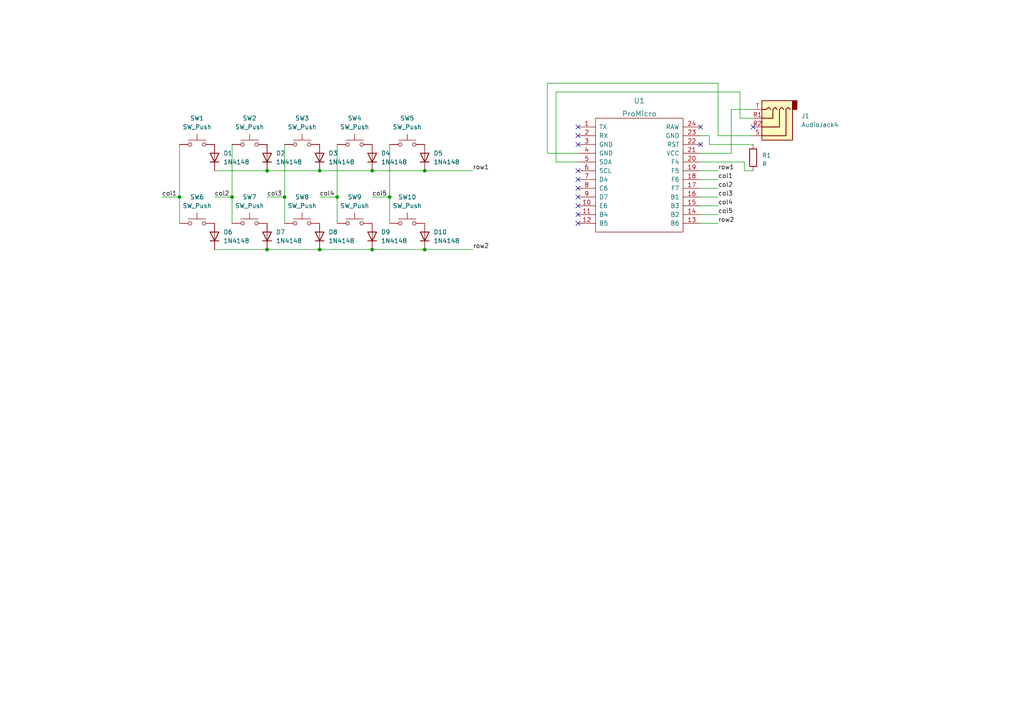
<source format=kicad_sch>
(kicad_sch (version 20230121) (generator eeschema)
  (paper "A4")
  (lib_symbols
    (symbol "Connector:AudioJack4"
      (property "Reference" "J" (at 0 8.89 0))
      (property "Value" "AudioJack4" (at 0 6.35 0))
      (symbol "AudioJack4_0_1"
        (rectangle (start -6.35 -5.08) (end -7.62 -7.62) (stroke (width 0.254)) (fill (type outline)))
        (polyline (pts (xy 0 -5.08) (xy 0.635 -5.715) (xy 1.27 -5.08) (xy 2.54 -5.08)) (stroke (width 0.254)))
        (polyline (pts (xy -5.715 -5.08) (xy -5.08 -5.715) (xy -4.445 -5.08) (xy -4.445 2.54) (xy 2.54 2.54)) (stroke (width 0.254)))
        (polyline (pts (xy -1.905 -5.08) (xy -1.27 -5.715) (xy -0.635 -5.08) (xy -0.635 -2.54) (xy 2.54 -2.54)) (stroke (width 0.254)))
        (polyline (pts (xy 2.54 0) (xy -2.54 0) (xy -2.54 -5.08) (xy -3.175 -5.715) (xy -3.81 -5.08)) (stroke (width 0.254)))
        (rectangle (start 2.54 3.81) (end -6.35 -7.62) (stroke (width 0.254)) (fill (type background)))
      )
      (symbol "AudioJack4_1_1"
        (pin passive line (at 5.08 -2.54 180) (length 2.54) (name "~") (number "R1"))
        (pin passive line (at 5.08 0 180) (length 2.54) (name "~") (number "R2"))
        (pin passive line (at 5.08 2.54 180) (length 2.54) (name "~") (number "S"))
        (pin passive line (at 5.08 -5.08 180) (length 2.54) (name "~") (number "T"))
      )
    )
    (symbol "Device:R" (pin_numbers hide) (pin_names (offset 0))
      (property "Reference" "R" (at 2.032 0 90))
      (property "Value" "R" (at 0 0 90))
      (symbol "R_0_1"
        (rectangle (start -1.016 -2.54) (end 1.016 2.54) (stroke (width 0.254)))
      )
      (symbol "R_1_1"
        (pin passive line (at 0 3.81 270) (length 1.27) (name "~") (number "1"))
        (pin passive line (at 0 -3.81 90) (length 1.27) (name "~") (number "2"))
      )
    )
    (symbol "Diode:1N4148" (pin_numbers hide) (pin_names hide)
      (property "Reference" "D" (at 0 2.54 0))
      (property "Value" "1N4148" (at 0 -2.54 0))
      (symbol "1N4148_0_1"
        (polyline (pts (xy -1.27 1.27) (xy -1.27 -1.27)) (stroke (width 0.254)))
        (polyline (pts (xy 1.27 0) (xy -1.27 0)))
        (polyline (pts (xy 1.27 1.27) (xy 1.27 -1.27) (xy -1.27 0) (xy 1.27 1.27)) (stroke (width 0.254)))
      )
      (symbol "1N4148_1_1"
        (pin passive line (at -3.81 0 0) (length 2.54) (name "K") (number "1"))
        (pin passive line (at 3.81 0 180) (length 2.54) (name "A") (number "2"))
      )
    )
    (symbol "Switch:SW_Push" (pin_numbers hide) (pin_names (offset 1.016) hide)
      (property "Reference" "SW" (at 1.27 2.54 0))
      (property "Value" "SW_Push" (at 0 -1.524 0))
      (symbol "SW_Push_0_1"
        (circle (center -2.032 0) (radius 0.508))
        (polyline (pts (xy 0 1.27) (xy 0 3.048)))
        (polyline (pts (xy 2.54 1.27) (xy -2.54 1.27)))
        (circle (center 2.032 0) (radius 0.508))
        (pin passive line (at -5.08 0 0) (length 2.54) (name "1") (number "1"))
        (pin passive line (at 5.08 0 180) (length 2.54) (name "2") (number "2"))
      )
    )
    (symbol "promicro:ProMicro" (pin_names (offset 1.016))
      (property "Reference" "U" (at 0 24.13 0))
      (property "Value" "ProMicro" (at 0 -13.97 0))
      (symbol "ProMicro_0_1"
        (rectangle (start -12.7 21.59) (end 12.7 -11.43))
      )
      (symbol "ProMicro_1_1"
        (pin bidirectional line (at -17.78 19.05 0) (length 5.08) (name "TX") (number "1"))
        (pin bidirectional line (at -17.78 -3.81 0) (length 5.08) (name "E6") (number "10"))
        (pin bidirectional line (at -17.78 -6.35 0) (length 5.08) (name "B4") (number "11"))
        (pin bidirectional line (at -17.78 -8.89 0) (length 5.08) (name "B5") (number "12"))
        (pin bidirectional line (at 17.78 -8.89 180) (length 5.08) (name "B6") (number "13"))
        (pin bidirectional line (at 17.78 -6.35 180) (length 5.08) (name "B2") (number "14"))
        (pin bidirectional line (at 17.78 -3.81 180) (length 5.08) (name "B3") (number "15"))
        (pin bidirectional line (at 17.78 -1.27 180) (length 5.08) (name "B1") (number "16"))
        (pin bidirectional line (at 17.78 1.27 180) (length 5.08) (name "F7") (number "17"))
        (pin bidirectional line (at 17.78 3.81 180) (length 5.08) (name "F6") (number "18"))
        (pin bidirectional line (at 17.78 6.35 180) (length 5.08) (name "F5") (number "19"))
        (pin bidirectional line (at -17.78 16.51 0) (length 5.08) (name "RX") (number "2"))
        (pin bidirectional line (at 17.78 8.89 180) (length 5.08) (name "F4") (number "20"))
        (pin power_in line (at 17.78 11.43 180) (length 5.08) (name "VCC") (number "21"))
        (pin input line (at 17.78 13.97 180) (length 5.08) (name "RST") (number "22"))
        (pin power_in line (at 17.78 16.51 180) (length 5.08) (name "GND") (number "23"))
        (pin power_out line (at 17.78 19.05 180) (length 5.08) (name "RAW") (number "24"))
        (pin power_in line (at -17.78 13.97 0) (length 5.08) (name "GND") (number "3"))
        (pin power_in line (at -17.78 11.43 0) (length 5.08) (name "GND") (number "4"))
        (pin bidirectional line (at -17.78 8.89 0) (length 5.08) (name "SDA") (number "5"))
        (pin bidirectional line (at -17.78 6.35 0) (length 5.08) (name "SCL") (number "6"))
        (pin bidirectional line (at -17.78 3.81 0) (length 5.08) (name "D4") (number "7"))
        (pin bidirectional line (at -17.78 1.27 0) (length 5.08) (name "C6") (number "8"))
        (pin bidirectional line (at -17.78 -1.27 0) (length 5.08) (name "D7") (number "9"))
      )
    )
  )
  (junction (at 123.19 49.53))
  (junction (at 123.19 72.39))
  (junction (at 107.95 49.53))
  (junction (at 52.07 57.15))
  (junction (at 113.03 57.15))
  (junction (at 67.31 57.15))
  (junction (at 82.55 57.15))
  (junction (at 107.95 72.39))
  (junction (at 97.79 57.15))
  (junction (at 92.71 49.53))
  (junction (at 77.47 49.53))
  (junction (at 77.47 72.39))
  (junction (at 92.71 72.39))
  (no_connect (at 167.64 49.53))
  (no_connect (at 167.64 64.77))
  (no_connect (at 167.64 41.91))
  (no_connect (at 167.64 57.15))
  (no_connect (at 203.2 41.91))
  (no_connect (at 167.64 36.83))
  (no_connect (at 167.64 59.69))
  (no_connect (at 167.64 54.61))
  (no_connect (at 167.64 39.37))
  (no_connect (at 167.64 62.23))
  (no_connect (at 218.44 36.83))
  (no_connect (at 203.2 36.83))
  (no_connect (at 167.64 52.07))
  (wire (pts (xy 62.23 49.53) (xy 77.47 49.53)))
  (wire (pts (xy 203.2 49.53) (xy 208.28 49.53)))
  (wire (pts (xy 97.79 41.91) (xy 97.79 57.15)))
  (wire (pts (xy 218.44 31.75) (xy 212.09 31.75)))
  (wire (pts (xy 113.03 41.91) (xy 113.03 57.15)))
  (wire (pts (xy 113.03 57.15) (xy 113.03 64.77)))
  (wire (pts (xy 158.75 44.45) (xy 167.64 44.45)))
  (wire (pts (xy 92.71 72.39) (xy 107.95 72.39)))
  (wire (pts (xy 52.07 57.15) (xy 46.99 57.15)))
  (wire (pts (xy 161.29 46.99) (xy 161.29 26.67)))
  (wire (pts (xy 123.19 49.53) (xy 137.16 49.53)))
  (wire (pts (xy 107.95 49.53) (xy 123.19 49.53)))
  (wire (pts (xy 107.95 72.39) (xy 123.19 72.39)))
  (wire (pts (xy 67.31 57.15) (xy 67.31 64.77)))
  (wire (pts (xy 113.03 57.15) (xy 107.95 57.15)))
  (wire (pts (xy 203.2 64.77) (xy 208.28 64.77)))
  (wire (pts (xy 205.74 41.91) (xy 218.44 41.91)))
  (wire (pts (xy 62.23 72.39) (xy 77.47 72.39)))
  (wire (pts (xy 77.47 72.39) (xy 92.71 72.39)))
  (wire (pts (xy 158.75 24.13) (xy 158.75 44.45)))
  (wire (pts (xy 67.31 41.91) (xy 67.31 57.15)))
  (wire (pts (xy 77.47 49.53) (xy 92.71 49.53)))
  (wire (pts (xy 218.44 39.37) (xy 208.28 39.37)))
  (wire (pts (xy 205.74 39.37) (xy 205.74 41.91)))
  (wire (pts (xy 92.71 49.53) (xy 107.95 49.53)))
  (wire (pts (xy 203.2 57.15) (xy 208.28 57.15)))
  (wire (pts (xy 215.9 46.99) (xy 215.9 49.53)))
  (wire (pts (xy 212.09 44.45) (xy 203.2 44.45)))
  (wire (pts (xy 214.63 26.67) (xy 214.63 34.29)))
  (wire (pts (xy 82.55 57.15) (xy 82.55 64.77)))
  (wire (pts (xy 52.07 41.91) (xy 52.07 57.15)))
  (wire (pts (xy 123.19 72.39) (xy 137.16 72.39)))
  (wire (pts (xy 67.31 57.15) (xy 62.23 57.15)))
  (wire (pts (xy 203.2 54.61) (xy 208.28 54.61)))
  (wire (pts (xy 82.55 41.91) (xy 82.55 57.15)))
  (wire (pts (xy 82.55 57.15) (xy 77.47 57.15)))
  (wire (pts (xy 203.2 46.99) (xy 215.9 46.99)))
  (wire (pts (xy 97.79 57.15) (xy 92.71 57.15)))
  (wire (pts (xy 97.79 57.15) (xy 97.79 64.77)))
  (wire (pts (xy 203.2 59.69) (xy 208.28 59.69)))
  (wire (pts (xy 214.63 34.29) (xy 218.44 34.29)))
  (wire (pts (xy 212.09 31.75) (xy 212.09 44.45)))
  (wire (pts (xy 208.28 24.13) (xy 158.75 24.13)))
  (wire (pts (xy 167.64 46.99) (xy 161.29 46.99)))
  (wire (pts (xy 208.28 39.37) (xy 208.28 24.13)))
  (wire (pts (xy 52.07 57.15) (xy 52.07 64.77)))
  (wire (pts (xy 203.2 39.37) (xy 205.74 39.37)))
  (wire (pts (xy 161.29 26.67) (xy 214.63 26.67)))
  (wire (pts (xy 203.2 52.07) (xy 208.28 52.07)))
  (wire (pts (xy 215.9 49.53) (xy 218.44 49.53)))
  (wire (pts (xy 203.2 62.23) (xy 208.28 62.23)))
  (label "row1" (at 137.16 49.53 0))
  (label "col3" (at 208.28 57.15 0))
  (label "col3" (at 77.47 57.15 0))
  (label "col2" (at 208.28 54.61 0))
  (label "col5" (at 208.28 62.23 0))
  (label "col5" (at 107.95 57.15 0))
  (label "row2" (at 208.28 64.77 0))
  (label "row2" (at 137.16 72.39 0))
  (label "col1" (at 208.28 52.07 0))
  (label "row1" (at 208.28 49.53 0))
  (label "col1" (at 46.99 57.15 0))
  (label "col4" (at 92.71 57.15 0))
  (label "col4" (at 208.28 59.69 0))
  (label "col2" (at 62.23 57.15 0))
  (symbol (lib_id "Switch:SW_Push") (at 118.11 64.77 0) (unit 1)
    (property "Reference" "SW10" (at 118.11 57.15 0))
    (property "Value" "SW_Push" (at 118.11 59.69 0))
    (property "Footprint" "Switch_Keyboard_Hotswap_Kailh:SW_Hotswap_Kailh_Choc_V1V2_1.00u" (effects hide))
  )
  (symbol (lib_id "Diode:1N4148") (at 107.95 68.58 90) (unit 1)
    (property "Reference" "D9" (at 110.49 67.3099 90) (effects (justify right)))
    (property "Value" "1N4148" (at 110.49 69.8499 90) (effects (justify right)))
    (property "Footprint" "Diode_THT:D_DO-35_SOD27_P7.62mm_Horizontal" (effects hide))
    (property "Datasheet" "https://assets.nexperia.com/documents/data-sheet/1N4148_1N4448.pdf" (effects hide))
  )
  (symbol (lib_id "Connector:AudioJack4") (at 223.52 36.83 180) (unit 1)
    (property "Reference" "J1" (at 232.41 33.6549 0) (effects (justify right)))
    (property "Value" "AudioJack4" (at 232.41 36.1949 0) (effects (justify right)))
    (property "Footprint" "Connector_Audio:Jack_3.5mm_PJ320D_Horizontal" (effects hide))
  )
  (symbol (lib_id "Diode:1N4148") (at 92.71 68.58 90) (unit 1)
    (property "Reference" "D8" (at 95.25 67.3099 90) (effects (justify right)))
    (property "Value" "1N4148" (at 95.25 69.8499 90) (effects (justify right)))
    (property "Footprint" "Diode_THT:D_DO-35_SOD27_P7.62mm_Horizontal" (effects hide))
    (property "Datasheet" "https://assets.nexperia.com/documents/data-sheet/1N4148_1N4448.pdf" (effects hide))
  )
  (symbol (lib_id "Switch:SW_Push") (at 118.11 41.91 0) (unit 1)
    (property "Reference" "SW5" (at 118.11 34.29 0))
    (property "Value" "SW_Push" (at 118.11 36.83 0))
    (property "Footprint" "Switch_Keyboard_Hotswap_Kailh:SW_Hotswap_Kailh_Choc_V1V2_1.00u" (effects hide))
  )
  (symbol (lib_id "Switch:SW_Push") (at 87.63 64.77 0) (unit 1)
    (property "Reference" "SW8" (at 87.63 57.15 0))
    (property "Value" "SW_Push" (at 87.63 59.69 0))
    (property "Footprint" "Switch_Keyboard_Hotswap_Kailh:SW_Hotswap_Kailh_Choc_V1V2_1.00u" (effects hide))
  )
  (symbol (lib_id "Diode:1N4148") (at 123.19 68.58 90) (unit 1)
    (property "Reference" "D10" (at 125.73 67.3099 90) (effects (justify right)))
    (property "Value" "1N4148" (at 125.73 69.8499 90) (effects (justify right)))
    (property "Footprint" "Diode_THT:D_DO-35_SOD27_P7.62mm_Horizontal" (effects hide))
    (property "Datasheet" "https://assets.nexperia.com/documents/data-sheet/1N4148_1N4448.pdf" (effects hide))
  )
  (symbol (lib_id "Switch:SW_Push") (at 57.15 64.77 0) (unit 1)
    (property "Reference" "SW6" (at 57.15 57.15 0))
    (property "Value" "SW_Push" (at 57.15 59.69 0))
    (property "Footprint" "Switch_Keyboard_Hotswap_Kailh:SW_Hotswap_Kailh_Choc_V1V2_1.00u" (effects hide))
  )
  (symbol (lib_id "Diode:1N4148") (at 123.19 45.72 90) (unit 1)
    (property "Reference" "D5" (at 125.73 44.4499 90) (effects (justify right)))
    (property "Value" "1N4148" (at 125.73 46.9899 90) (effects (justify right)))
    (property "Footprint" "Diode_THT:D_DO-35_SOD27_P7.62mm_Horizontal" (effects hide))
    (property "Datasheet" "https://assets.nexperia.com/documents/data-sheet/1N4148_1N4448.pdf" (effects hide))
  )
  (symbol (lib_id "Switch:SW_Push") (at 72.39 41.91 0) (unit 1)
    (property "Reference" "SW2" (at 72.39 34.29 0))
    (property "Value" "SW_Push" (at 72.39 36.83 0))
    (property "Footprint" "Switch_Keyboard_Hotswap_Kailh:SW_Hotswap_Kailh_Choc_V1V2_1.00u" (effects hide))
  )
  (symbol (lib_id "Diode:1N4148") (at 107.95 45.72 90) (unit 1)
    (property "Reference" "D4" (at 110.49 44.4499 90) (effects (justify right)))
    (property "Value" "1N4148" (at 110.49 46.9899 90) (effects (justify right)))
    (property "Footprint" "Diode_THT:D_DO-35_SOD27_P7.62mm_Horizontal" (effects hide))
    (property "Datasheet" "https://assets.nexperia.com/documents/data-sheet/1N4148_1N4448.pdf" (effects hide))
  )
  (symbol (lib_id "Diode:1N4148") (at 92.71 45.72 90) (unit 1)
    (property "Reference" "D3" (at 95.25 44.4499 90) (effects (justify right)))
    (property "Value" "1N4148" (at 95.25 46.9899 90) (effects (justify right)))
    (property "Footprint" "Diode_THT:D_DO-35_SOD27_P7.62mm_Horizontal" (effects hide))
    (property "Datasheet" "https://assets.nexperia.com/documents/data-sheet/1N4148_1N4448.pdf" (effects hide))
  )
  (symbol (lib_id "Switch:SW_Push") (at 57.15 41.91 0) (unit 1)
    (property "Reference" "SW1" (at 57.15 34.29 0))
    (property "Value" "SW_Push" (at 57.15 36.83 0))
    (property "Footprint" "Switch_Keyboard_Hotswap_Kailh:SW_Hotswap_Kailh_Choc_V1V2_1.00u" (effects hide))
  )
  (symbol (lib_id "Diode:1N4148") (at 77.47 68.58 90) (unit 1)
    (property "Reference" "D7" (at 80.01 67.3099 90) (effects (justify right)))
    (property "Value" "1N4148" (at 80.01 69.8499 90) (effects (justify right)))
    (property "Footprint" "Diode_THT:D_DO-35_SOD27_P7.62mm_Horizontal" (effects hide))
    (property "Datasheet" "https://assets.nexperia.com/documents/data-sheet/1N4148_1N4448.pdf" (effects hide))
  )
  (symbol (lib_id "Diode:1N4148") (at 77.47 45.72 90) (unit 1)
    (property "Reference" "D2" (at 80.01 44.4499 90) (effects (justify right)))
    (property "Value" "1N4148" (at 80.01 46.9899 90) (effects (justify right)))
    (property "Footprint" "Diode_THT:D_DO-35_SOD27_P7.62mm_Horizontal" (effects hide))
    (property "Datasheet" "https://assets.nexperia.com/documents/data-sheet/1N4148_1N4448.pdf" (effects hide))
  )
  (symbol (lib_id "promicro:ProMicro") (at 185.42 55.88 0) (unit 1)
    (property "Reference" "U1" (at 185.42 29.21 0) (effects (font (size 1.524 1.524))))
    (property "Value" "ProMicro" (at 185.42 33.02 0) (effects (font (size 1.524 1.524))))
    (property "Footprint" "promicro:ProMicro" (effects hide))
  )
  (symbol (lib_id "Switch:SW_Push") (at 87.63 41.91 0) (unit 1)
    (property "Reference" "SW3" (at 87.63 34.29 0))
    (property "Value" "SW_Push" (at 87.63 36.83 0))
    (property "Footprint" "Switch_Keyboard_Hotswap_Kailh:SW_Hotswap_Kailh_Choc_V1V2_1.00u" (effects hide))
  )
  (symbol (lib_id "Device:R") (at 218.44 45.72 0) (unit 1)
    (property "Reference" "R1" (at 220.98 45.085 0) (effects (justify left)))
    (property "Value" "R" (at 220.98 47.625 0) (effects (justify left)))
  )
  (symbol (lib_id "Diode:1N4148") (at 62.23 45.72 90) (unit 1)
    (property "Reference" "D1" (at 64.77 44.4499 90) (effects (justify right)))
    (property "Value" "1N4148" (at 64.77 46.9899 90) (effects (justify right)))
    (property "Footprint" "Diode_THT:D_DO-35_SOD27_P7.62mm_Horizontal" (effects hide))
    (property "Datasheet" "https://assets.nexperia.com/documents/data-sheet/1N4148_1N4448.pdf" (effects hide))
  )
  (symbol (lib_id "Diode:1N4148") (at 62.23 68.58 90) (unit 1)
    (property "Reference" "D6" (at 64.77 67.3099 90) (effects (justify right)))
    (property "Value" "1N4148" (at 64.77 69.8499 90) (effects (justify right)))
    (property "Footprint" "Diode_THT:D_DO-35_SOD27_P7.62mm_Horizontal" (effects hide))
    (property "Datasheet" "https://assets.nexperia.com/documents/data-sheet/1N4148_1N4448.pdf" (effects hide))
  )
  (symbol (lib_id "Switch:SW_Push") (at 102.87 41.91 0) (unit 1)
    (property "Reference" "SW4" (at 102.87 34.29 0))
    (property "Value" "SW_Push" (at 102.87 36.83 0))
    (property "Footprint" "Switch_Keyboard_Hotswap_Kailh:SW_Hotswap_Kailh_Choc_V1V2_1.00u" (effects hide))
  )
  (symbol (lib_id "Switch:SW_Push") (at 102.87 64.77 0) (unit 1)
    (property "Reference" "SW9" (at 102.87 57.15 0))
    (property "Value" "SW_Push" (at 102.87 59.69 0))
    (property "Footprint" "Switch_Keyboard_Hotswap_Kailh:SW_Hotswap_Kailh_Choc_V1V2_1.00u" (effects hide))
  )
  (symbol (lib_id "Switch:SW_Push") (at 72.39 64.77 0) (unit 1)
    (property "Reference" "SW7" (at 72.39 57.15 0))
    (property "Value" "SW_Push" (at 72.39 59.69 0))
    (property "Footprint" "Switch_Keyboard_Hotswap_Kailh:SW_Hotswap_Kailh_Choc_V1V2_1.00u" (effects hide))
  )
)
</source>
